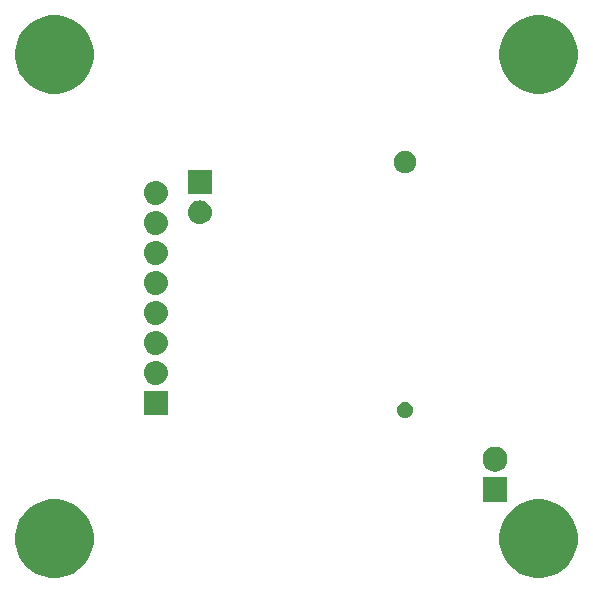
<source format=gbs>
G04 #@! TF.GenerationSoftware,KiCad,Pcbnew,(5.0.2)-1*
G04 #@! TF.CreationDate,2019-11-19T12:04:31-05:00*
G04 #@! TF.ProjectId,SD_CARD_X49,53445f43-4152-4445-9f58-34392e6b6963,X1*
G04 #@! TF.SameCoordinates,Original*
G04 #@! TF.FileFunction,Soldermask,Bot*
G04 #@! TF.FilePolarity,Negative*
%FSLAX46Y46*%
G04 Gerber Fmt 4.6, Leading zero omitted, Abs format (unit mm)*
G04 Created by KiCad (PCBNEW (5.0.2)-1) date 11/19/2019 12:04:31 PM*
%MOMM*%
%LPD*%
G01*
G04 APERTURE LIST*
%ADD10C,0.150000*%
G04 APERTURE END LIST*
D10*
G36*
X55970564Y-51800469D02*
X55970566Y-51800470D01*
X55970567Y-51800470D01*
X56576115Y-52051296D01*
X56576116Y-52051297D01*
X57121097Y-52415442D01*
X57584558Y-52878903D01*
X57584560Y-52878906D01*
X57948704Y-53423885D01*
X58199530Y-54029433D01*
X58327400Y-54672280D01*
X58327400Y-55327720D01*
X58199530Y-55970567D01*
X57948704Y-56576115D01*
X57948703Y-56576116D01*
X57584558Y-57121097D01*
X57121097Y-57584558D01*
X57121094Y-57584560D01*
X56576115Y-57948704D01*
X55970567Y-58199530D01*
X55970566Y-58199530D01*
X55970564Y-58199531D01*
X55327722Y-58327400D01*
X54672278Y-58327400D01*
X54029436Y-58199531D01*
X54029434Y-58199530D01*
X54029433Y-58199530D01*
X53423885Y-57948704D01*
X52878906Y-57584560D01*
X52878903Y-57584558D01*
X52415442Y-57121097D01*
X52051297Y-56576116D01*
X52051296Y-56576115D01*
X51800470Y-55970567D01*
X51672600Y-55327720D01*
X51672600Y-54672280D01*
X51800470Y-54029433D01*
X52051296Y-53423885D01*
X52415440Y-52878906D01*
X52415442Y-52878903D01*
X52878903Y-52415442D01*
X53423884Y-52051297D01*
X53423885Y-52051296D01*
X54029433Y-51800470D01*
X54029434Y-51800470D01*
X54029436Y-51800469D01*
X54672278Y-51672600D01*
X55327722Y-51672600D01*
X55970564Y-51800469D01*
X55970564Y-51800469D01*
G37*
G36*
X14970564Y-51800469D02*
X14970566Y-51800470D01*
X14970567Y-51800470D01*
X15576115Y-52051296D01*
X15576116Y-52051297D01*
X16121097Y-52415442D01*
X16584558Y-52878903D01*
X16584560Y-52878906D01*
X16948704Y-53423885D01*
X17199530Y-54029433D01*
X17327400Y-54672280D01*
X17327400Y-55327720D01*
X17199530Y-55970567D01*
X16948704Y-56576115D01*
X16948703Y-56576116D01*
X16584558Y-57121097D01*
X16121097Y-57584558D01*
X16121094Y-57584560D01*
X15576115Y-57948704D01*
X14970567Y-58199530D01*
X14970566Y-58199530D01*
X14970564Y-58199531D01*
X14327722Y-58327400D01*
X13672278Y-58327400D01*
X13029436Y-58199531D01*
X13029434Y-58199530D01*
X13029433Y-58199530D01*
X12423885Y-57948704D01*
X11878906Y-57584560D01*
X11878903Y-57584558D01*
X11415442Y-57121097D01*
X11051297Y-56576116D01*
X11051296Y-56576115D01*
X10800470Y-55970567D01*
X10672600Y-55327720D01*
X10672600Y-54672280D01*
X10800470Y-54029433D01*
X11051296Y-53423885D01*
X11415440Y-52878906D01*
X11415442Y-52878903D01*
X11878903Y-52415442D01*
X12423884Y-52051297D01*
X12423885Y-52051296D01*
X13029433Y-51800470D01*
X13029434Y-51800470D01*
X13029436Y-51800469D01*
X13672278Y-51672600D01*
X14327722Y-51672600D01*
X14970564Y-51800469D01*
X14970564Y-51800469D01*
G37*
G36*
X52360400Y-51852400D02*
X50255600Y-51852400D01*
X50255600Y-49747600D01*
X52360400Y-49747600D01*
X52360400Y-51852400D01*
X52360400Y-51852400D01*
G37*
G36*
X51492981Y-47223777D02*
X51614974Y-47248043D01*
X51806498Y-47327375D01*
X51806499Y-47327376D01*
X51978869Y-47442550D01*
X52125450Y-47589131D01*
X52125452Y-47589134D01*
X52240625Y-47761502D01*
X52319957Y-47953026D01*
X52360400Y-48156348D01*
X52360400Y-48363652D01*
X52319957Y-48566974D01*
X52240625Y-48758498D01*
X52240624Y-48758499D01*
X52125450Y-48930869D01*
X51978869Y-49077450D01*
X51978866Y-49077452D01*
X51806498Y-49192625D01*
X51614974Y-49271957D01*
X51492981Y-49296223D01*
X51411654Y-49312400D01*
X51204346Y-49312400D01*
X51123019Y-49296223D01*
X51001026Y-49271957D01*
X50809502Y-49192625D01*
X50637134Y-49077452D01*
X50637131Y-49077450D01*
X50490550Y-48930869D01*
X50375376Y-48758499D01*
X50375375Y-48758498D01*
X50296043Y-48566974D01*
X50255600Y-48363652D01*
X50255600Y-48156348D01*
X50296043Y-47953026D01*
X50375375Y-47761502D01*
X50490548Y-47589134D01*
X50490550Y-47589131D01*
X50637131Y-47442550D01*
X50809501Y-47327376D01*
X50809502Y-47327375D01*
X51001026Y-47248043D01*
X51123019Y-47223777D01*
X51204346Y-47207600D01*
X51411654Y-47207600D01*
X51492981Y-47223777D01*
X51492981Y-47223777D01*
G37*
G36*
X43892883Y-43431592D02*
X44020711Y-43484541D01*
X44135754Y-43561410D01*
X44233590Y-43659246D01*
X44310459Y-43774289D01*
X44363408Y-43902117D01*
X44390400Y-44037820D01*
X44390400Y-44176180D01*
X44363408Y-44311883D01*
X44310459Y-44439711D01*
X44233590Y-44554754D01*
X44135754Y-44652590D01*
X44020711Y-44729459D01*
X43892883Y-44782408D01*
X43757180Y-44809400D01*
X43618820Y-44809400D01*
X43483117Y-44782408D01*
X43355289Y-44729459D01*
X43240246Y-44652590D01*
X43142410Y-44554754D01*
X43065541Y-44439711D01*
X43012592Y-44311883D01*
X42985600Y-44176180D01*
X42985600Y-44037820D01*
X43012592Y-43902117D01*
X43065541Y-43774289D01*
X43142410Y-43659246D01*
X43240246Y-43561410D01*
X43355289Y-43484541D01*
X43483117Y-43431592D01*
X43618820Y-43404600D01*
X43757180Y-43404600D01*
X43892883Y-43431592D01*
X43892883Y-43431592D01*
G37*
G36*
X23602400Y-44502400D02*
X21597600Y-44502400D01*
X21597600Y-42497600D01*
X23602400Y-42497600D01*
X23602400Y-44502400D01*
X23602400Y-44502400D01*
G37*
G36*
X22796501Y-39972103D02*
X22796504Y-39972104D01*
X22796505Y-39972104D01*
X22985458Y-40029422D01*
X22985460Y-40029423D01*
X22985463Y-40029424D01*
X23159595Y-40122499D01*
X23312233Y-40247767D01*
X23437501Y-40400405D01*
X23530576Y-40574537D01*
X23587897Y-40763499D01*
X23607250Y-40960000D01*
X23587897Y-41156501D01*
X23530576Y-41345463D01*
X23437501Y-41519595D01*
X23312233Y-41672233D01*
X23159595Y-41797501D01*
X22985463Y-41890576D01*
X22985460Y-41890577D01*
X22985458Y-41890578D01*
X22796505Y-41947896D01*
X22796504Y-41947896D01*
X22796501Y-41947897D01*
X22649247Y-41962400D01*
X22550753Y-41962400D01*
X22403499Y-41947897D01*
X22403496Y-41947896D01*
X22403495Y-41947896D01*
X22214542Y-41890578D01*
X22214540Y-41890577D01*
X22214537Y-41890576D01*
X22040405Y-41797501D01*
X21887767Y-41672233D01*
X21762499Y-41519595D01*
X21669424Y-41345463D01*
X21612103Y-41156501D01*
X21592750Y-40960000D01*
X21612103Y-40763499D01*
X21669424Y-40574537D01*
X21762499Y-40400405D01*
X21887767Y-40247767D01*
X22040405Y-40122499D01*
X22214537Y-40029424D01*
X22214540Y-40029423D01*
X22214542Y-40029422D01*
X22403495Y-39972104D01*
X22403496Y-39972104D01*
X22403499Y-39972103D01*
X22550753Y-39957600D01*
X22649247Y-39957600D01*
X22796501Y-39972103D01*
X22796501Y-39972103D01*
G37*
G36*
X22796501Y-37432103D02*
X22796504Y-37432104D01*
X22796505Y-37432104D01*
X22985458Y-37489422D01*
X22985460Y-37489423D01*
X22985463Y-37489424D01*
X23159595Y-37582499D01*
X23312233Y-37707767D01*
X23437501Y-37860405D01*
X23530576Y-38034537D01*
X23587897Y-38223499D01*
X23607250Y-38420000D01*
X23587897Y-38616501D01*
X23530576Y-38805463D01*
X23437501Y-38979595D01*
X23312233Y-39132233D01*
X23159595Y-39257501D01*
X22985463Y-39350576D01*
X22985460Y-39350577D01*
X22985458Y-39350578D01*
X22796505Y-39407896D01*
X22796504Y-39407896D01*
X22796501Y-39407897D01*
X22649247Y-39422400D01*
X22550753Y-39422400D01*
X22403499Y-39407897D01*
X22403496Y-39407896D01*
X22403495Y-39407896D01*
X22214542Y-39350578D01*
X22214540Y-39350577D01*
X22214537Y-39350576D01*
X22040405Y-39257501D01*
X21887767Y-39132233D01*
X21762499Y-38979595D01*
X21669424Y-38805463D01*
X21612103Y-38616501D01*
X21592750Y-38420000D01*
X21612103Y-38223499D01*
X21669424Y-38034537D01*
X21762499Y-37860405D01*
X21887767Y-37707767D01*
X22040405Y-37582499D01*
X22214537Y-37489424D01*
X22214540Y-37489423D01*
X22214542Y-37489422D01*
X22403495Y-37432104D01*
X22403496Y-37432104D01*
X22403499Y-37432103D01*
X22550753Y-37417600D01*
X22649247Y-37417600D01*
X22796501Y-37432103D01*
X22796501Y-37432103D01*
G37*
G36*
X22796501Y-34892103D02*
X22796504Y-34892104D01*
X22796505Y-34892104D01*
X22985458Y-34949422D01*
X22985460Y-34949423D01*
X22985463Y-34949424D01*
X23159595Y-35042499D01*
X23312233Y-35167767D01*
X23437501Y-35320405D01*
X23530576Y-35494537D01*
X23587897Y-35683499D01*
X23607250Y-35880000D01*
X23587897Y-36076501D01*
X23530576Y-36265463D01*
X23437501Y-36439595D01*
X23312233Y-36592233D01*
X23159595Y-36717501D01*
X22985463Y-36810576D01*
X22985460Y-36810577D01*
X22985458Y-36810578D01*
X22796505Y-36867896D01*
X22796504Y-36867896D01*
X22796501Y-36867897D01*
X22649247Y-36882400D01*
X22550753Y-36882400D01*
X22403499Y-36867897D01*
X22403496Y-36867896D01*
X22403495Y-36867896D01*
X22214542Y-36810578D01*
X22214540Y-36810577D01*
X22214537Y-36810576D01*
X22040405Y-36717501D01*
X21887767Y-36592233D01*
X21762499Y-36439595D01*
X21669424Y-36265463D01*
X21612103Y-36076501D01*
X21592750Y-35880000D01*
X21612103Y-35683499D01*
X21669424Y-35494537D01*
X21762499Y-35320405D01*
X21887767Y-35167767D01*
X22040405Y-35042499D01*
X22214537Y-34949424D01*
X22214540Y-34949423D01*
X22214542Y-34949422D01*
X22403495Y-34892104D01*
X22403496Y-34892104D01*
X22403499Y-34892103D01*
X22550753Y-34877600D01*
X22649247Y-34877600D01*
X22796501Y-34892103D01*
X22796501Y-34892103D01*
G37*
G36*
X22796501Y-32352103D02*
X22796504Y-32352104D01*
X22796505Y-32352104D01*
X22985458Y-32409422D01*
X22985460Y-32409423D01*
X22985463Y-32409424D01*
X23159595Y-32502499D01*
X23312233Y-32627767D01*
X23437501Y-32780405D01*
X23530576Y-32954537D01*
X23587897Y-33143499D01*
X23607250Y-33340000D01*
X23587897Y-33536501D01*
X23530576Y-33725463D01*
X23437501Y-33899595D01*
X23312233Y-34052233D01*
X23159595Y-34177501D01*
X22985463Y-34270576D01*
X22985460Y-34270577D01*
X22985458Y-34270578D01*
X22796505Y-34327896D01*
X22796504Y-34327896D01*
X22796501Y-34327897D01*
X22649247Y-34342400D01*
X22550753Y-34342400D01*
X22403499Y-34327897D01*
X22403496Y-34327896D01*
X22403495Y-34327896D01*
X22214542Y-34270578D01*
X22214540Y-34270577D01*
X22214537Y-34270576D01*
X22040405Y-34177501D01*
X21887767Y-34052233D01*
X21762499Y-33899595D01*
X21669424Y-33725463D01*
X21612103Y-33536501D01*
X21592750Y-33340000D01*
X21612103Y-33143499D01*
X21669424Y-32954537D01*
X21762499Y-32780405D01*
X21887767Y-32627767D01*
X22040405Y-32502499D01*
X22214537Y-32409424D01*
X22214540Y-32409423D01*
X22214542Y-32409422D01*
X22403495Y-32352104D01*
X22403496Y-32352104D01*
X22403499Y-32352103D01*
X22550753Y-32337600D01*
X22649247Y-32337600D01*
X22796501Y-32352103D01*
X22796501Y-32352103D01*
G37*
G36*
X22796501Y-29812103D02*
X22796504Y-29812104D01*
X22796505Y-29812104D01*
X22985458Y-29869422D01*
X22985460Y-29869423D01*
X22985463Y-29869424D01*
X23159595Y-29962499D01*
X23312233Y-30087767D01*
X23437501Y-30240405D01*
X23530576Y-30414537D01*
X23587897Y-30603499D01*
X23607250Y-30800000D01*
X23587897Y-30996501D01*
X23530576Y-31185463D01*
X23437501Y-31359595D01*
X23312233Y-31512233D01*
X23159595Y-31637501D01*
X22985463Y-31730576D01*
X22985460Y-31730577D01*
X22985458Y-31730578D01*
X22796505Y-31787896D01*
X22796504Y-31787896D01*
X22796501Y-31787897D01*
X22649247Y-31802400D01*
X22550753Y-31802400D01*
X22403499Y-31787897D01*
X22403496Y-31787896D01*
X22403495Y-31787896D01*
X22214542Y-31730578D01*
X22214540Y-31730577D01*
X22214537Y-31730576D01*
X22040405Y-31637501D01*
X21887767Y-31512233D01*
X21762499Y-31359595D01*
X21669424Y-31185463D01*
X21612103Y-30996501D01*
X21592750Y-30800000D01*
X21612103Y-30603499D01*
X21669424Y-30414537D01*
X21762499Y-30240405D01*
X21887767Y-30087767D01*
X22040405Y-29962499D01*
X22214537Y-29869424D01*
X22214540Y-29869423D01*
X22214542Y-29869422D01*
X22403495Y-29812104D01*
X22403496Y-29812104D01*
X22403499Y-29812103D01*
X22550753Y-29797600D01*
X22649247Y-29797600D01*
X22796501Y-29812103D01*
X22796501Y-29812103D01*
G37*
G36*
X22796501Y-27272103D02*
X22796504Y-27272104D01*
X22796505Y-27272104D01*
X22985458Y-27329422D01*
X22985460Y-27329423D01*
X22985463Y-27329424D01*
X23159595Y-27422499D01*
X23312233Y-27547767D01*
X23437501Y-27700405D01*
X23530576Y-27874537D01*
X23530577Y-27874540D01*
X23530578Y-27874542D01*
X23587896Y-28063495D01*
X23587897Y-28063499D01*
X23607250Y-28260000D01*
X23587897Y-28456501D01*
X23530576Y-28645463D01*
X23437501Y-28819595D01*
X23312233Y-28972233D01*
X23159595Y-29097501D01*
X22985463Y-29190576D01*
X22985460Y-29190577D01*
X22985458Y-29190578D01*
X22796505Y-29247896D01*
X22796504Y-29247896D01*
X22796501Y-29247897D01*
X22649247Y-29262400D01*
X22550753Y-29262400D01*
X22403499Y-29247897D01*
X22403496Y-29247896D01*
X22403495Y-29247896D01*
X22214542Y-29190578D01*
X22214540Y-29190577D01*
X22214537Y-29190576D01*
X22040405Y-29097501D01*
X21887767Y-28972233D01*
X21762499Y-28819595D01*
X21669424Y-28645463D01*
X21612103Y-28456501D01*
X21592750Y-28260000D01*
X21612103Y-28063499D01*
X21612104Y-28063495D01*
X21669422Y-27874542D01*
X21669423Y-27874540D01*
X21669424Y-27874537D01*
X21762499Y-27700405D01*
X21887767Y-27547767D01*
X22040405Y-27422499D01*
X22214537Y-27329424D01*
X22214540Y-27329423D01*
X22214542Y-27329422D01*
X22403495Y-27272104D01*
X22403496Y-27272104D01*
X22403499Y-27272103D01*
X22550753Y-27257600D01*
X22649247Y-27257600D01*
X22796501Y-27272103D01*
X22796501Y-27272103D01*
G37*
G36*
X26521502Y-26377104D02*
X26521505Y-26377105D01*
X26521506Y-26377105D01*
X26710459Y-26434423D01*
X26710461Y-26434424D01*
X26710464Y-26434425D01*
X26884596Y-26527500D01*
X27037234Y-26652768D01*
X27162502Y-26805406D01*
X27255577Y-26979538D01*
X27312898Y-27168500D01*
X27332251Y-27365001D01*
X27312898Y-27561502D01*
X27312897Y-27561505D01*
X27312897Y-27561506D01*
X27270763Y-27700405D01*
X27255577Y-27750464D01*
X27162502Y-27924596D01*
X27037234Y-28077234D01*
X26884596Y-28202502D01*
X26710464Y-28295577D01*
X26710461Y-28295578D01*
X26710459Y-28295579D01*
X26521506Y-28352897D01*
X26521505Y-28352897D01*
X26521502Y-28352898D01*
X26374248Y-28367401D01*
X26275754Y-28367401D01*
X26128500Y-28352898D01*
X26128497Y-28352897D01*
X26128496Y-28352897D01*
X25939543Y-28295579D01*
X25939541Y-28295578D01*
X25939538Y-28295577D01*
X25765406Y-28202502D01*
X25612768Y-28077234D01*
X25487500Y-27924596D01*
X25394425Y-27750464D01*
X25379240Y-27700405D01*
X25337105Y-27561506D01*
X25337105Y-27561505D01*
X25337104Y-27561502D01*
X25317751Y-27365001D01*
X25337104Y-27168500D01*
X25394425Y-26979538D01*
X25487500Y-26805406D01*
X25612768Y-26652768D01*
X25765406Y-26527500D01*
X25939538Y-26434425D01*
X25939541Y-26434424D01*
X25939543Y-26434423D01*
X26128496Y-26377105D01*
X26128497Y-26377105D01*
X26128500Y-26377104D01*
X26275754Y-26362601D01*
X26374248Y-26362601D01*
X26521502Y-26377104D01*
X26521502Y-26377104D01*
G37*
G36*
X22796501Y-24732103D02*
X22796504Y-24732104D01*
X22796505Y-24732104D01*
X22985458Y-24789422D01*
X22985460Y-24789423D01*
X22985463Y-24789424D01*
X23159595Y-24882499D01*
X23312233Y-25007767D01*
X23437501Y-25160405D01*
X23530576Y-25334537D01*
X23587897Y-25523499D01*
X23607250Y-25720000D01*
X23587897Y-25916501D01*
X23530576Y-26105463D01*
X23437501Y-26279595D01*
X23312233Y-26432233D01*
X23159595Y-26557501D01*
X22985463Y-26650576D01*
X22985460Y-26650577D01*
X22985458Y-26650578D01*
X22796505Y-26707896D01*
X22796504Y-26707896D01*
X22796501Y-26707897D01*
X22649247Y-26722400D01*
X22550753Y-26722400D01*
X22403499Y-26707897D01*
X22403496Y-26707896D01*
X22403495Y-26707896D01*
X22214542Y-26650578D01*
X22214540Y-26650577D01*
X22214537Y-26650576D01*
X22040405Y-26557501D01*
X21887767Y-26432233D01*
X21762499Y-26279595D01*
X21669424Y-26105463D01*
X21612103Y-25916501D01*
X21592750Y-25720000D01*
X21612103Y-25523499D01*
X21669424Y-25334537D01*
X21762499Y-25160405D01*
X21887767Y-25007767D01*
X22040405Y-24882499D01*
X22214537Y-24789424D01*
X22214540Y-24789423D01*
X22214542Y-24789422D01*
X22403495Y-24732104D01*
X22403496Y-24732104D01*
X22403499Y-24732103D01*
X22550753Y-24717600D01*
X22649247Y-24717600D01*
X22796501Y-24732103D01*
X22796501Y-24732103D01*
G37*
G36*
X27327401Y-25827401D02*
X25322601Y-25827401D01*
X25322601Y-23822601D01*
X27327401Y-23822601D01*
X27327401Y-25827401D01*
X27327401Y-25827401D01*
G37*
G36*
X43855404Y-22169240D02*
X43965805Y-22191200D01*
X44139130Y-22262994D01*
X44139131Y-22262995D01*
X44295122Y-22367225D01*
X44427775Y-22499878D01*
X44427777Y-22499881D01*
X44532006Y-22655870D01*
X44603800Y-22829195D01*
X44640400Y-23013197D01*
X44640400Y-23200803D01*
X44603800Y-23384805D01*
X44532006Y-23558130D01*
X44532005Y-23558131D01*
X44427775Y-23714122D01*
X44295122Y-23846775D01*
X44295119Y-23846777D01*
X44139130Y-23951006D01*
X43965805Y-24022800D01*
X43855404Y-24044760D01*
X43781805Y-24059400D01*
X43594195Y-24059400D01*
X43520596Y-24044760D01*
X43410195Y-24022800D01*
X43236870Y-23951006D01*
X43080881Y-23846777D01*
X43080878Y-23846775D01*
X42948225Y-23714122D01*
X42843995Y-23558131D01*
X42843994Y-23558130D01*
X42772200Y-23384805D01*
X42735600Y-23200803D01*
X42735600Y-23013197D01*
X42772200Y-22829195D01*
X42843994Y-22655870D01*
X42948223Y-22499881D01*
X42948225Y-22499878D01*
X43080878Y-22367225D01*
X43236869Y-22262995D01*
X43236870Y-22262994D01*
X43410195Y-22191200D01*
X43520596Y-22169240D01*
X43594195Y-22154600D01*
X43781805Y-22154600D01*
X43855404Y-22169240D01*
X43855404Y-22169240D01*
G37*
G36*
X14970564Y-10800469D02*
X14970566Y-10800470D01*
X14970567Y-10800470D01*
X15576115Y-11051296D01*
X15576116Y-11051297D01*
X16121097Y-11415442D01*
X16584558Y-11878903D01*
X16584560Y-11878906D01*
X16948704Y-12423885D01*
X17199530Y-13029433D01*
X17327400Y-13672280D01*
X17327400Y-14327720D01*
X17199530Y-14970567D01*
X16948704Y-15576115D01*
X16948703Y-15576116D01*
X16584558Y-16121097D01*
X16121097Y-16584558D01*
X16121094Y-16584560D01*
X15576115Y-16948704D01*
X14970567Y-17199530D01*
X14970566Y-17199530D01*
X14970564Y-17199531D01*
X14327722Y-17327400D01*
X13672278Y-17327400D01*
X13029436Y-17199531D01*
X13029434Y-17199530D01*
X13029433Y-17199530D01*
X12423885Y-16948704D01*
X11878906Y-16584560D01*
X11878903Y-16584558D01*
X11415442Y-16121097D01*
X11051297Y-15576116D01*
X11051296Y-15576115D01*
X10800470Y-14970567D01*
X10672600Y-14327720D01*
X10672600Y-13672280D01*
X10800470Y-13029433D01*
X11051296Y-12423885D01*
X11415440Y-11878906D01*
X11415442Y-11878903D01*
X11878903Y-11415442D01*
X12423884Y-11051297D01*
X12423885Y-11051296D01*
X13029433Y-10800470D01*
X13029434Y-10800470D01*
X13029436Y-10800469D01*
X13672278Y-10672600D01*
X14327722Y-10672600D01*
X14970564Y-10800469D01*
X14970564Y-10800469D01*
G37*
G36*
X55970564Y-10800469D02*
X55970566Y-10800470D01*
X55970567Y-10800470D01*
X56576115Y-11051296D01*
X56576116Y-11051297D01*
X57121097Y-11415442D01*
X57584558Y-11878903D01*
X57584560Y-11878906D01*
X57948704Y-12423885D01*
X58199530Y-13029433D01*
X58327400Y-13672280D01*
X58327400Y-14327720D01*
X58199530Y-14970567D01*
X57948704Y-15576115D01*
X57948703Y-15576116D01*
X57584558Y-16121097D01*
X57121097Y-16584558D01*
X57121094Y-16584560D01*
X56576115Y-16948704D01*
X55970567Y-17199530D01*
X55970566Y-17199530D01*
X55970564Y-17199531D01*
X55327722Y-17327400D01*
X54672278Y-17327400D01*
X54029436Y-17199531D01*
X54029434Y-17199530D01*
X54029433Y-17199530D01*
X53423885Y-16948704D01*
X52878906Y-16584560D01*
X52878903Y-16584558D01*
X52415442Y-16121097D01*
X52051297Y-15576116D01*
X52051296Y-15576115D01*
X51800470Y-14970567D01*
X51672600Y-14327720D01*
X51672600Y-13672280D01*
X51800470Y-13029433D01*
X52051296Y-12423885D01*
X52415440Y-11878906D01*
X52415442Y-11878903D01*
X52878903Y-11415442D01*
X53423884Y-11051297D01*
X53423885Y-11051296D01*
X54029433Y-10800470D01*
X54029434Y-10800470D01*
X54029436Y-10800469D01*
X54672278Y-10672600D01*
X55327722Y-10672600D01*
X55970564Y-10800469D01*
X55970564Y-10800469D01*
G37*
M02*

</source>
